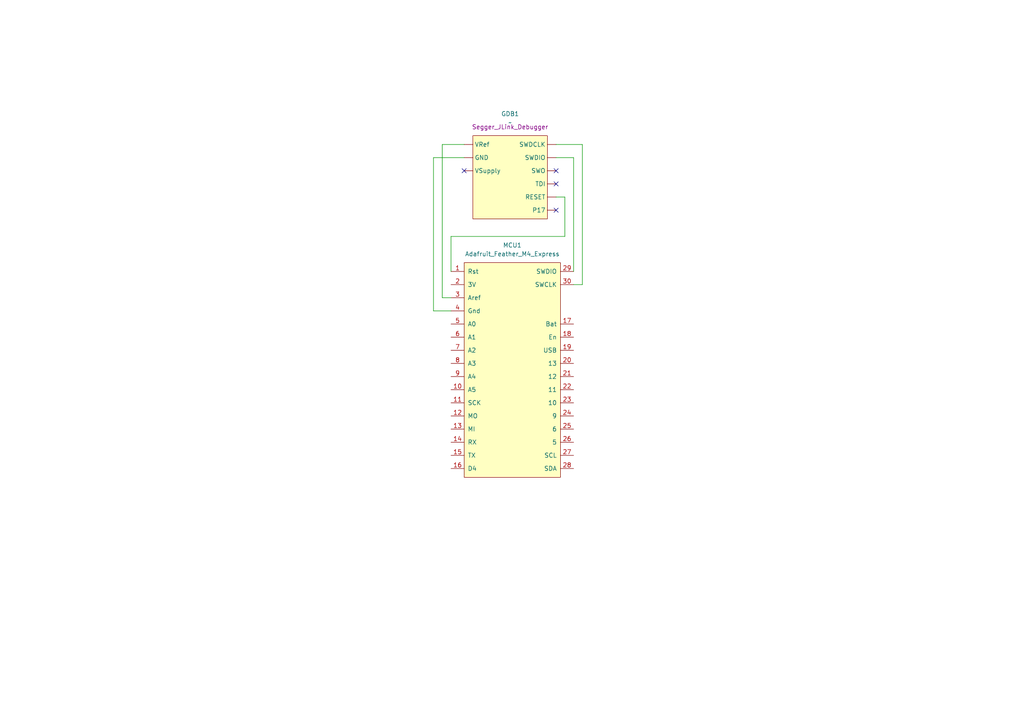
<source format=kicad_sch>
(kicad_sch (version 20231120) (generator "eeschema") (generator_version "8.0")
  (paper "A4")
  (lib_symbols
    (symbol "Project:Adafruit_Feather_M4_Express" (pin_names (offset 1.016))
      (property "Reference" "MCU" (at 8.89 -35.56 0))
      (property "Value" "Adafruit_Feather_M4_Express" (at 1.27 -33.02 0))
      (symbol "Adafruit_Feather_M4_Express_0_1"
        (rectangle (start 13.97 -30.48) (end -13.97 31.75) (fill (type background)))
      )
      (symbol "Adafruit_Feather_M4_Express_1_1"
        (pin power_in line (at -17.78 29.21 0) (length 3.81) (name "Rst") (number "1"))
        (pin bidirectional line (at -17.78 -5.08 0) (length 3.81) (name "A5") (number "10"))
        (pin bidirectional line (at -17.78 -8.89 0) (length 3.81) (name "SCK") (number "11"))
        (pin bidirectional line (at -17.78 -12.7 0) (length 3.81) (name "MO") (number "12"))
        (pin bidirectional line (at -17.78 -16.51 0) (length 3.81) (name "MI") (number "13"))
        (pin input line (at -17.78 -20.32 0) (length 3.81) (name "RX") (number "14"))
        (pin output line (at -17.78 -24.13 0) (length 3.81) (name "TX") (number "15"))
        (pin input line (at -17.78 -27.94 0) (length 3.81) (name "D4") (number "16"))
        (pin power_out line (at 17.78 13.97 180) (length 3.81) (name "Bat") (number "17"))
        (pin power_in line (at 17.78 10.16 180) (length 3.81) (name "En") (number "18"))
        (pin power_in line (at 17.78 6.35 180) (length 3.81) (name "USB") (number "19"))
        (pin power_out line (at -17.78 25.4 0) (length 3.81) (name "3V") (number "2"))
        (pin bidirectional line (at 17.78 2.54 180) (length 3.81) (name "13") (number "20"))
        (pin bidirectional line (at 17.78 -1.27 180) (length 3.81) (name "12") (number "21"))
        (pin bidirectional line (at 17.78 -5.08 180) (length 3.81) (name "11") (number "22"))
        (pin bidirectional line (at 17.78 -8.89 180) (length 3.81) (name "10") (number "23"))
        (pin bidirectional line (at 17.78 -12.7 180) (length 3.81) (name "9") (number "24"))
        (pin bidirectional line (at 17.78 -16.51 180) (length 3.81) (name "6") (number "25"))
        (pin bidirectional line (at 17.78 -20.32 180) (length 3.81) (name "5") (number "26"))
        (pin bidirectional line (at 17.78 -24.13 180) (length 3.81) (name "SCL") (number "27"))
        (pin bidirectional line (at 17.78 -27.94 180) (length 3.81) (name "SDA") (number "28"))
        (pin output line (at 17.78 29.21 180) (length 3.81) (name "SWDIO") (number "29"))
        (pin power_out line (at -17.78 21.59 0) (length 3.81) (name "Aref") (number "3"))
        (pin output line (at 17.78 25.4 180) (length 3.81) (name "SWCLK") (number "30"))
        (pin power_in line (at -17.78 17.78 0) (length 3.81) (name "Gnd") (number "4"))
        (pin bidirectional line (at -17.78 13.97 0) (length 3.81) (name "A0") (number "5"))
        (pin bidirectional line (at -17.78 10.16 0) (length 3.81) (name "A1") (number "6"))
        (pin bidirectional line (at -17.78 6.35 0) (length 3.81) (name "A2") (number "7"))
        (pin bidirectional line (at -17.78 2.54 0) (length 3.81) (name "A3") (number "8"))
        (pin bidirectional line (at -17.78 -1.27 0) (length 3.81) (name "A4") (number "9"))
      )
    )
    (symbol "Project:Segger_JLink"
      (property "Reference" "GDB1" (at -0.635 17.78 0))
      (property "Value" "~" (at -0.635 15.24 0))
      (property "Description" "Segger_JLink_Debugger" (at -0.635 13.97 0))
      (symbol "Segger_JLink_0_1"
        (rectangle (start -11.43 11.43) (end 10.16 -12.7) (fill (type background)))
      )
      (symbol "Segger_JLink_1_1"
        (pin input line (at -13.97 5.08 0) (length 2.54) (name "GND") (number ""))
        (pin unspecified line (at 12.7 -10.16 180) (length 2.54) (name "P17") (number ""))
        (pin output line (at 12.7 -6.35 180) (length 2.54) (name "RESET") (number ""))
        (pin input line (at 12.7 8.89 180) (length 2.54) (name "SWDCLK") (number ""))
        (pin input line (at 12.7 5.08 180) (length 2.54) (name "SWDIO") (number ""))
        (pin input line (at 12.7 1.27 180) (length 2.54) (name "SWO") (number ""))
        (pin input line (at 12.7 -2.54 180) (length 2.54) (name "TDI") (number ""))
        (pin input line (at -13.97 8.89 0) (length 2.54) (name "VRef") (number ""))
        (pin power_in line (at -13.97 1.27 0) (length 2.54) (name "VSupply") (number ""))
      )
    )
  )
  (no_connect (at 161.29 60.96))
  (no_connect (at 161.29 53.34))
  (no_connect (at 134.62 49.53))
  (no_connect (at 161.29 49.53))
  (wire (pts (xy 166.37 82.55) (xy 168.91 82.55)))
  (wire (pts (xy 161.29 41.91) (xy 168.91 41.91)))
  (wire (pts (xy 163.83 57.15) (xy 161.29 57.15)))
  (wire (pts (xy 128.27 41.91) (xy 134.62 41.91)))
  (wire (pts (xy 163.83 68.58) (xy 130.81 68.58)))
  (wire (pts (xy 125.73 90.17) (xy 125.73 45.72)))
  (wire (pts (xy 161.29 45.72) (xy 166.37 45.72)))
  (wire (pts (xy 130.81 68.58) (xy 130.81 78.74)))
  (wire (pts (xy 168.91 82.55) (xy 168.91 41.91)))
  (wire (pts (xy 130.81 86.36) (xy 128.27 86.36)))
  (wire (pts (xy 166.37 78.74) (xy 166.37 45.72)))
  (wire (pts (xy 125.73 45.72) (xy 134.62 45.72)))
  (wire (pts (xy 130.81 90.17) (xy 125.73 90.17)))
  (wire (pts (xy 163.83 57.15) (xy 163.83 68.58)))
  (wire (pts (xy 128.27 86.36) (xy 128.27 41.91)))
  (symbol (lib_id "Project:Adafruit_Feather_M4_Express") (at 148.59 107.95 0) (unit 1)
    (property "Reference" "MCU1" (at 148.59 71.12 0))
    (property "Value" "Adafruit_Feather_M4_Express" (at 148.59 73.66 0))
    (property "Footprint" "Adafruit:Adafruit_Feather_M4_Express" (effects (hide yes)))
  )
  (symbol (lib_id "Project:Segger_JLink") (at 148.59 50.8 0) (unit 1)
    (property "Reference" "GDB1" (at 147.955 33.02 0))
    (property "Value" "~" (at 147.955 35.56 0))
    (property "Description" "Segger_JLink_Debugger" (at 147.955 36.83 0))
  )
)
</source>
